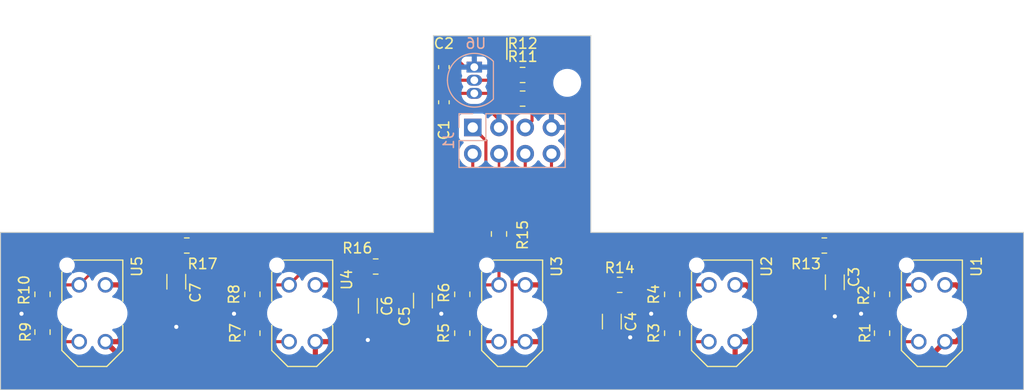
<source format=kicad_pcb>
(kicad_pcb (version 20221018) (generator pcbnew)
  (layers (0 "F.Cu" signal) (31 "B.Cu" signal) (34 "B.Paste" user) (35 "F.Paste" user) (36 "B.SilkS" user "B.Silkscreen") (37 "F.SilkS" user "F.Silkscreen") (38 "B.Mask" user) (39 "F.Mask" user) (44 "Edge.Cuts" user))
  (net 0 "")
  (net 1 "/Sense_5")
  (net 2 "+3.3V")
  (net 3 "/Sense_4")
  (net 4 "Net-(J1-Pin_5)")
  (net 5 "/Sense_2")
  (net 6 "/Sense_1")
  (net 7 "GND")
  (net 8 "Net-(U6-VI)")
  (net 9 "Net-(R1-Pad1)")
  (net 10 "Net-(R3-Pad1)")
  (net 11 "Net-(R5-Pad1)")
  (net 12 "Net-(R7-Pad1)")
  (net 13 "Net-(R9-Pad1)")
  (net 14 "/Sense_3")
  (net 15 "/Sense_1_R")
  (net 16 "/Sense_2_R")
  (net 17 "/Sense_3_R")
  (net 18 "/Sense_4_R")
  (net 19 "/Sense_5_R")
  (footprint "Capacitor_SMD:C_1206_3216Metric" (layer "F.Cu") (at 118.618 65.737 -90)
    (fp_text reference "C7" (at 1.065 -1.85 90) (layer "F.SilkS"))
    (fp_text value "C")
    (fp_line (start -0.711252 -0.91) (end 0.711252 -0.91) (stroke (width 0.12)) (layer "F.SilkS"))
    (fp_line (start -0.711252 0.91) (end 0.711252 0.91) (stroke (width 0.12)) (layer "F.SilkS"))
    (pad "1" smd roundrect (at -1.475 0 270) (size 1.15 1.8) (layers "F.Cu" "F.Paste" "F.Mask") (roundrect_rratio 0.217391) (net 19 "/Sense_5_R"))
    (pad "2" smd roundrect (at 1.475 0 270) (size 1.15 1.8) (layers "F.Cu" "F.Paste" "F.Mask") (roundrect_rratio 0.217391) (net 7 "GND"))
  )
  (footprint "Resistor_SMD:R_0805_2012Metric" (layer "F.Cu") (at 181.356 62.23)
    (fp_text reference "R13" (at -1.778 1.778) (layer "F.SilkS"))
    (fp_text value "R")
    (fp_line (start -0.227064 -0.735) (end 0.227064 -0.735) (stroke (width 0.12)) (layer "F.SilkS"))
    (fp_line (start -0.227064 0.735) (end 0.227064 0.735) (stroke (width 0.12)) (layer "F.SilkS"))
    (pad "1" smd roundrect (at -0.9125 0) (size 1.025 1.4) (layers "F.Cu" "F.Paste" "F.Mask") (roundrect_rratio 0.243902) (net 6 "/Sense_1"))
    (pad "2" smd roundrect (at 0.9125 0) (size 1.025 1.4) (layers "F.Cu" "F.Paste" "F.Mask") (roundrect_rratio 0.243902) (net 15 "/Sense_1_R"))
  )
  (footprint "Resistor_SMD:R_0805_2012Metric" (layer "F.Cu") (at 125.984 70.7155 90)
    (fp_text reference "R7" (at 0 -1.65 90) (layer "F.SilkS"))
    (fp_text value "90")
    (fp_line (start -0.227064 -0.735) (end 0.227064 -0.735) (stroke (width 0.12)) (layer "F.SilkS"))
    (fp_line (start -0.227064 0.735) (end 0.227064 0.735) (stroke (width 0.12)) (layer "F.SilkS"))
    (pad "1" smd roundrect (at -0.9125 0 90) (size 1.025 1.4) (layers "F.Cu" "F.Paste" "F.Mask") (roundrect_rratio 0.243902) (net 12 "Net-(R7-Pad1)"))
    (pad "2" smd roundrect (at 0.9125 0 90) (size 1.025 1.4) (layers "F.Cu" "F.Paste" "F.Mask") (roundrect_rratio 0.243902) (net 7 "GND"))
  )
  (footprint "Resistor_SMD:R_0805_2012Metric" (layer "F.Cu") (at 161.544 66.04)
    (fp_text reference "R14" (at 0 -1.65) (layer "F.SilkS"))
    (fp_text value "R")
    (fp_line (start -0.227064 -0.735) (end 0.227064 -0.735) (stroke (width 0.12)) (layer "F.SilkS"))
    (fp_line (start -0.227064 0.735) (end 0.227064 0.735) (stroke (width 0.12)) (layer "F.SilkS"))
    (pad "1" smd roundrect (at -0.9125 0) (size 1.025 1.4) (layers "F.Cu" "F.Paste" "F.Mask") (roundrect_rratio 0.243902) (net 5 "/Sense_2"))
    (pad "2" smd roundrect (at 0.9125 0) (size 1.025 1.4) (layers "F.Cu" "F.Paste" "F.Mask") (roundrect_rratio 0.243902) (net 16 "/Sense_2_R"))
  )
  (footprint "Resistor_SMD:R_0805_2012Metric" (layer "F.Cu") (at 125.984 66.9525 -90)
    (fp_text reference "R8" (at 0 1.778 90) (layer "F.SilkS"))
    (fp_text value "3.9k")
    (fp_line (start -0.227064 -0.735) (end 0.227064 -0.735) (stroke (width 0.12)) (layer "F.SilkS"))
    (fp_line (start -0.227064 0.735) (end 0.227064 0.735) (stroke (width 0.12)) (layer "F.SilkS"))
    (pad "1" smd roundrect (at -0.9125 0 270) (size 1.025 1.4) (layers "F.Cu" "F.Paste" "F.Mask") (roundrect_rratio 0.243902) (net 18 "/Sense_4_R"))
    (pad "2" smd roundrect (at 0.9125 0 270) (size 1.025 1.4) (layers "F.Cu" "F.Paste" "F.Mask") (roundrect_rratio 0.243902) (net 7 "GND"))
  )
  (footprint "OptoDevice:OPTO_TCRT5000" (layer "F.Cu") (at 191.77 68.79 -90)
    (fp_text reference "U1" (at -4.528 -4.318 90) (layer "F.SilkS") (effects (font (size 1.004126 1.004126))))
    (fp_text value "TCRT5000")
    (fp_line (start -5.15 -2.95) (end -1.17 -2.95) (stroke (width 0.127)) (layer "F.SilkS"))
    (fp_line (start -5.15 1.8) (end -5.15 -2.95) (stroke (width 0.127)) (layer "F.SilkS"))
    (fp_line (start -4 2.95) (end -1.17 2.95) (stroke (width 0.127)) (layer "F.SilkS"))
    (fp_line (start 1.17 2.95) (end 3.6 2.95) (stroke (width 0.127)) (layer "F.SilkS"))
    (fp_line (start 3.6 -2.95) (end 1.17 -2.95) (stroke (width 0.127)) (layer "F.SilkS"))
    (fp_line (start 3.6 -2.95) (end 5.15 -1.4) (stroke (width 0.127)) (layer "F.SilkS"))
    (fp_line (start 3.6 2.95) (end 5.15 1.4) (stroke (width 0.127)) (layer "F.SilkS"))
    (fp_line (start 5.15 1.4) (end 5.15 -1.4) (stroke (width 0.127)) (layer "F.SilkS"))
    (pad "" np_thru_hole circle (at -4.65 2.45 270) (size 1 1) (drill 1) (layers "*.Cu" "*.Mask"))
    (pad "" np_thru_hole circle (at 0 -1.9 270) (size 2.5 2.5) (drill 2.5) (layers "*.Cu" "*.Mask"))
    (pad "" np_thru_hole circle (at 0 1.9 270) (size 2.5 2.5) (drill 2.5) (layers "*.Cu" "*.Mask"))
    (pad "A" thru_hole circle (at 2.75 -1.27 270) (size 1.5 1.5) (drill 1) (layers "*.Cu" "*.Mask") (net 2 "+3.3V"))
    (pad "CATH" thru_hole circle (at 2.75 1.27 270) (size 1.5 1.5) (drill 1) (layers "*.Cu" "*.Mask") (net 9 "Net-(R1-Pad1)"))
    (pad "COLL" thru_hole circle (at -2.75 -1.27 270) (size 1.5 1.5) (drill 1) (layers "*.Cu" "*.Mask") (net 2 "+3.3V"))
    (pad "E" thru_hole circle (at -2.75 1.27 270) (size 1.5 1.5) (drill 1) (layers "*.Cu" "*.Mask") (net 15 "/Sense_1_R"))
  )
  (footprint "Resistor_SMD:R_0805_2012Metric" (layer "F.Cu") (at 166.624 70.7155 90)
    (fp_text reference "R3" (at 0 -1.778 90) (layer "F.SilkS"))
    (fp_text value "90")
    (fp_line (start -0.227064 -0.735) (end 0.227064 -0.735) (stroke (width 0.12)) (layer "F.SilkS"))
    (fp_line (start -0.227064 0.735) (end 0.227064 0.735) (stroke (width 0.12)) (layer "F.SilkS"))
    (pad "1" smd roundrect (at -0.9125 0 90) (size 1.025 1.4) (layers "F.Cu" "F.Paste" "F.Mask") (roundrect_rratio 0.243902) (net 10 "Net-(R3-Pad1)"))
    (pad "2" smd roundrect (at 0.9125 0 90) (size 1.025 1.4) (layers "F.Cu" "F.Paste" "F.Mask") (roundrect_rratio 0.243902) (net 7 "GND"))
  )
  (footprint "Resistor_SMD:R_0805_2012Metric" (layer "F.Cu") (at 146.304 70.7155 90)
    (fp_text reference "R5" (at 0 -1.8034 90) (layer "F.SilkS"))
    (fp_text value "90")
    (fp_line (start -0.227064 -0.735) (end 0.227064 -0.735) (stroke (width 0.12)) (layer "F.SilkS"))
    (fp_line (start -0.227064 0.735) (end 0.227064 0.735) (stroke (width 0.12)) (layer "F.SilkS"))
    (pad "1" smd roundrect (at -0.9125 0 90) (size 1.025 1.4) (layers "F.Cu" "F.Paste" "F.Mask") (roundrect_rratio 0.243902) (net 11 "Net-(R5-Pad1)"))
    (pad "2" smd roundrect (at 0.9125 0 90) (size 1.025 1.4) (layers "F.Cu" "F.Paste" "F.Mask") (roundrect_rratio 0.243902) (net 7 "GND"))
  )
  (footprint "Resistor_SMD:R_0805_2012Metric" (layer "F.Cu") (at 152.146 45.72)
    (fp_text reference "R12" (at 0 -3.048) (layer "F.SilkS"))
    (fp_text value "0R")
    (fp_line (start -0.227064 -0.735) (end 0.227064 -0.735) (stroke (width 0.12)) (layer "F.SilkS"))
    (fp_line (start -0.227064 0.735) (end 0.227064 0.735) (stroke (width 0.12)) (layer "F.SilkS"))
    (pad "1" smd roundrect (at -0.9125 0) (size 1.025 1.4) (layers "F.Cu" "F.Paste" "F.Mask") (roundrect_rratio 0.243902) (net 8 "Net-(U6-VI)"))
    (pad "2" smd roundrect (at 0.9125 0) (size 1.025 1.4) (layers "F.Cu" "F.Paste" "F.Mask") (roundrect_rratio 0.243902) (net 4 "Net-(J1-Pin_5)"))
  )
  (footprint "Resistor_SMD:R_0805_2012Metric" (layer "F.Cu") (at 119.634 62.23 180)
    (fp_text reference "R17" (at -1.524 -1.778) (layer "F.SilkS"))
    (fp_text value "R")
    (fp_line (start -0.227064 -0.735) (end 0.227064 -0.735) (stroke (width 0.12)) (layer "F.SilkS"))
    (fp_line (start -0.227064 0.735) (end 0.227064 0.735) (stroke (width 0.12)) (layer "F.SilkS"))
    (pad "1" smd roundrect (at -0.9125 0 180) (size 1.025 1.4) (layers "F.Cu" "F.Paste" "F.Mask") (roundrect_rratio 0.243902) (net 1 "/Sense_5"))
    (pad "2" smd roundrect (at 0.9125 0 180) (size 1.025 1.4) (layers "F.Cu" "F.Paste" "F.Mask") (roundrect_rratio 0.243902) (net 19 "/Sense_5_R"))
  )
  (footprint "MountingHole:MountingHole_2.2mm_M2" (layer "F.Cu") (at 156.464 46.482)
    (fp_text reference "H1" hide)
    (fp_text value "MountingHole")
    (pad "" np_thru_hole circle (at 0 0) (size 2.2 2.2) (drill 2.2) (layers "*.Cu" "*.Mask"))
  )
  (footprint "Resistor_SMD:R_0805_2012Metric" (layer "F.Cu") (at 186.944 66.9525 -90)
    (fp_text reference "R2" (at 0.1035 1.778 90) (layer "F.SilkS"))
    (fp_text value "3.9k")
    (fp_line (start -0.227064 -0.735) (end 0.227064 -0.735) (stroke (width 0.12)) (layer "F.SilkS"))
    (fp_line (start -0.227064 0.735) (end 0.227064 0.735) (stroke (width 0.12)) (layer "F.SilkS"))
    (pad "1" smd roundrect (at -0.9125 0 270) (size 1.025 1.4) (layers "F.Cu" "F.Paste" "F.Mask") (roundrect_rratio 0.243902) (net 15 "/Sense_1_R"))
    (pad "2" smd roundrect (at 0.9125 0 270) (size 1.025 1.4) (layers "F.Cu" "F.Paste" "F.Mask") (roundrect_rratio 0.243902) (net 7 "GND"))
  )
  (footprint "Capacitor_SMD:C_1206_3216Metric" (layer "F.Cu") (at 142.494 67.564 -90)
    (fp_text reference "C5" (at 1.524 1.778 90) (layer "F.SilkS"))
    (fp_text value "C")
    (fp_line (start -0.711252 -0.91) (end 0.711252 -0.91) (stroke (width 0.12)) (layer "F.SilkS"))
    (fp_line (start -0.711252 0.91) (end 0.711252 0.91) (stroke (width 0.12)) (layer "F.SilkS"))
    (pad "1" smd roundrect (at -1.475 0 270) (size 1.15 1.8) (layers "F.Cu" "F.Paste" "F.Mask") (roundrect_rratio 0.217391) (net 17 "/Sense_3_R"))
    (pad "2" smd roundrect (at 1.475 0 270) (size 1.15 1.8) (layers "F.Cu" "F.Paste" "F.Mask") (roundrect_rratio 0.217391) (net 7 "GND"))
  )
  (footprint "OptoDevice:OPTO_TCRT5000" (layer "F.Cu") (at 110.49 68.79 -90)
    (fp_text reference "U5" (at -4.528 -4.318 90) (layer "F.SilkS") (effects (font (size 1.004126 1.004126))))
    (fp_text value "TCRT5000")
    (fp_line (start -5.15 -2.95) (end -1.17 -2.95) (stroke (width 0.127)) (layer "F.SilkS"))
    (fp_line (start -5.15 1.8) (end -5.15 -2.95) (stroke (width 0.127)) (layer "F.SilkS"))
    (fp_line (start -4 2.95) (end -1.17 2.95) (stroke (width 0.127)) (layer "F.SilkS"))
    (fp_line (start 1.17 2.95) (end 3.6 2.95) (stroke (width 0.127)) (layer "F.SilkS"))
    (fp_line (start 3.6 -2.95) (end 1.17 -2.95) (stroke (width 0.127)) (layer "F.SilkS"))
    (fp_line (start 3.6 -2.95) (end 5.15 -1.4) (stroke (width 0.127)) (layer "F.SilkS"))
    (fp_line (start 3.6 2.95) (end 5.15 1.4) (stroke (width 0.127)) (layer "F.SilkS"))
    (fp_line (start 5.15 1.4) (end 5.15 -1.4) (stroke (width 0.127)) (layer "F.SilkS"))
    (pad "" np_thru_hole circle (at -4.65 2.45 270) (size 1 1) (drill 1) (layers "*.Cu" "*.Mask"))
    (pad "" np_thru_hole circle (at 0 -1.9 270) (size 2.5 2.5) (drill 2.5) (layers "*.Cu" "*.Mask"))
    (pad "" np_thru_hole circle (at 0 1.9 270) (size 2.5 2.5) (drill 2.5) (layers "*.Cu" "*.Mask"))
    (pad "A" thru_hole circle (at 2.75 -1.27 270) (size 1.5 1.5) (drill 1) (layers "*.Cu" "*.Mask") (net 2 "+3.3V"))
    (pad "CATH" thru_hole circle (at 2.75 1.27 270) (size 1.5 1.5) (drill 1) (layers "*.Cu" "*.Mask") (net 13 "Net-(R9-Pad1)"))
    (pad "COLL" thru_hole circle (at -2.75 -1.27 270) (size 1.5 1.5) (drill 1) (layers "*.Cu" "*.Mask") (net 2 "+3.3V"))
    (pad "E" thru_hole circle (at -2.75 1.27 270) (size 1.5 1.5) (drill 1) (layers "*.Cu" "*.Mask") (net 19 "/Sense_5_R"))
  )
  (footprint "Capacitor_SMD:C_1206_3216Metric" (layer "F.Cu") (at 137.16 68.072 -90)
    (fp_text reference "C6" (at 0 -1.85 90) (layer "F.SilkS"))
    (fp_text value "C")
    (fp_line (start -0.711252 -0.91) (end 0.711252 -0.91) (stroke (width 0.12)) (layer "F.SilkS"))
    (fp_line (start -0.711252 0.91) (end 0.711252 0.91) (stroke (width 0.12)) (layer "F.SilkS"))
    (pad "1" smd roundrect (at -1.475 0 270) (size 1.15 1.8) (layers "F.Cu" "F.Paste" "F.Mask") (roundrect_rratio 0.217391) (net 18 "/Sense_4_R"))
    (pad "2" smd roundrect (at 1.475 0 270) (size 1.15 1.8) (layers "F.Cu" "F.Paste" "F.Mask") (roundrect_rratio 0.217391) (net 7 "GND"))
  )
  (footprint "Resistor_SMD:R_0805_2012Metric" (layer "F.Cu") (at 186.944 70.7155 90)
    (fp_text reference "R1" (at 0 -1.65 90) (layer "F.SilkS"))
    (fp_text value "90")
    (fp_line (start -0.227064 -0.735) (end 0.227064 -0.735) (stroke (width 0.12)) (layer "F.SilkS"))
    (fp_line (start -0.227064 0.735) (end 0.227064 0.735) (stroke (width 0.12)) (layer "F.SilkS"))
    (pad "1" smd roundrect (at -0.9125 0 90) (size 1.025 1.4) (layers "F.Cu" "F.Paste" "F.Mask") (roundrect_rratio 0.243902) (net 9 "Net-(R1-Pad1)"))
    (pad "2" smd roundrect (at 0.9125 0 90) (size 1.025 1.4) (layers "F.Cu" "F.Paste" "F.Mask") (roundrect_rratio 0.243902) (net 7 "GND"))
  )
  (footprint "OptoDevice:OPTO_TCRT5000" (layer "F.Cu") (at 130.81 68.79 -90)
    (fp_text reference "U4" (at -3.258 -4.318 90) (layer "F.SilkS") (effects (font (size 1.004126 1.004126))))
    (fp_text value "TCRT5000")
    (fp_line (start -5.15 -2.95) (end -1.17 -2.95) (stroke (width 0.127)) (layer "F.SilkS"))
    (fp_line (start -5.15 1.8) (end -5.15 -2.95) (stroke (width 0.127)) (layer "F.SilkS"))
    (fp_line (start -4 2.95) (end -1.17 2.95) (stroke (width 0.127)) (layer "F.SilkS"))
    (fp_line (start 1.17 2.95) (end 3.6 2.95) (stroke (width 0.127)) (layer "F.SilkS"))
    (fp_line (start 3.6 -2.95) (end 1.17 -2.95) (stroke (width 0.127)) (layer "F.SilkS"))
    (fp_line (start 3.6 -2.95) (end 5.15 -1.4) (stroke (width 0.127)) (layer "F.SilkS"))
    (fp_line (start 3.6 2.95) (end 5.15 1.4) (stroke (width 0.127)) (layer "F.SilkS"))
    (fp_line (start 5.15 1.4) (end 5.15 -1.4) (stroke (width 0.127)) (layer "F.SilkS"))
    (pad "" np_thru_hole circle (at -4.65 2.45 270) (size 1 1) (drill 1) (layers "*.Cu" "*.Mask"))
    (pad "" np_thru_hole circle (at 0 -1.9 270) (size 2.5 2.5) (drill 2.5) (layers "*.Cu" "*.Mask"))
    (pad "" np_thru_hole circle (at 0 1.9 270) (size 2.5 2.5) (drill 2.5) (layers "*.Cu" "*.Mask"))
    (pad "A" thru_hole circle (at 2.75 -1.27 270) (size 1.5 1.5) (drill 1) (layers "*.Cu" "*.Mask") (net 2 "+3.3V"))
    (pad "CATH" thru_hole circle (at 2.75 1.27 270) (size 1.5 1.5) (drill 1) (layers "*.Cu" "*.Mask") (net 12 "Net-(R7-Pad1)"))
    (pad "COLL" thru_hole circle (at -2.75 -1.27 270) (size 1.5 1.5) (drill 1) (layers "*.Cu" "*.Mask") (net 2 "+3.3V"))
    (pad "E" thru_hole circle (at -2.75 1.27 270) (size 1.5 1.5) (drill 1) (layers "*.Cu" "*.Mask") (net 18 "/Sense_4_R"))
  )
  (footprint "OptoDevice:OPTO_TCRT5000" (layer "F.Cu") (at 171.45 68.79 -90)
    (fp_text reference "U2" (at -4.528 -4.318 90) (layer "F.SilkS") (effects (font (size 1.004126 1.004126))))
    (fp_text value "TCRT5000")
    (fp_line (start -5.15 -2.95) (end -1.17 -2.95) (stroke (width 0.127)) (layer "F.SilkS"))
    (fp_line (start -5.15 1.8) (end -5.15 -2.95) (stroke (width 0.127)) (layer "F.SilkS"))
    (fp_line (start -4 2.95) (end -1.17 2.95) (stroke (width 0.127)) (layer "F.SilkS"))
    (fp_line (start 1.17 2.95) (end 3.6 2.95) (stroke (width 0.127)) (layer "F.SilkS"))
    (fp_line (start 3.6 -2.95) (end 1.17 -2.95) (stroke (width 0.127)) (layer "F.SilkS"))
    (fp_line (start 3.6 -2.95) (end 5.15 -1.4) (stroke (width 0.127)) (layer "F.SilkS"))
    (fp_line (start 3.6 2.95) (end 5.15 1.4) (stroke (width 0.127)) (layer "F.SilkS"))
    (fp_line (start 5.15 1.4) (end 5.15 -1.4) (stroke (width 0.127)) (layer "F.SilkS"))
    (pad "" np_thru_hole circle (at -4.65 2.45 270) (size 1 1) (drill 1) (layers "*.Cu" "*.Mask"))
    (pad "" np_thru_hole circle (at 0 -1.9 270) (size 2.5 2.5) (drill 2.5) (layers "*.Cu" "*.Mask"))
    (pad "" np_thru_hole circle (at 0 1.9 270) (size 2.5 2.5) (drill 2.5) (layers "*.Cu" "*.Mask"))
    (pad "A" thru_hole circle (at 2.75 -1.27 270) (size 1.5 1.5) (drill 1) (layers "*.Cu" "*.Mask") (net 2 "+3.3V"))
    (pad "CATH" thru_hole circle (at 2.75 1.27 270) (size 1.5 1.5) (drill 1) (layers "*.Cu" "*.Mask") (net 10 "Net-(R3-Pad1)"))
    (pad "COLL" thru_hole circle (at -2.75 -1.27 270) (size 1.5 1.5) (drill 1) (layers "*.Cu" "*.Mask") (net 2 "+3.3V"))
    (pad "E" thru_hole circle (at -2.75 1.27 270) (size 1.5 1.5) (drill 1) (layers "*.Cu" "*.Mask") (net 16 "/Sense_2_R"))
  )
  (footprint "Resistor_SMD:R_0805_2012Metric" (layer "F.Cu") (at 137.922 64.262 180)
    (fp_text reference "R16" (at 1.778 1.778) (layer "F.SilkS"))
    (fp_text value "R")
    (fp_line (start -0.227064 -0.735) (end 0.227064 -0.735) (stroke (width 0.12)) (layer "F.SilkS"))
    (fp_line (start -0.227064 0.735) (end 0.227064 0.735) (stroke (width 0.12)) (layer "F.SilkS"))
    (pad "1" smd roundrect (at -0.9125 0 180) (size 1.025 1.4) (layers "F.Cu" "F.Paste" "F.Mask") (roundrect_rratio 0.243902) (net 3 "/Sense_4"))
    (pad "2" smd roundrect (at 0.9125 0 180) (size 1.025 1.4) (layers "F.Cu" "F.Paste" "F.Mask") (roundrect_rratio 0.243902) (net 18 "/Sense_4_R"))
  )
  (footprint "Capacitor_SMD:C_1206_3216Metric" (layer "F.Cu") (at 160.782 69.596 -90)
    (fp_text reference "C4" (at 0 -1.85 90) (layer "F.SilkS"))
    (fp_text value "C")
    (fp_line (start -0.711252 -0.91) (end 0.711252 -0.91) (stroke (width 0.12)) (layer "F.SilkS"))
    (fp_line (start -0.711252 0.91) (end 0.711252 0.91) (stroke (width 0.12)) (layer "F.SilkS"))
    (pad "1" smd roundrect (at -1.475 0 270) (size 1.15 1.8) (layers "F.Cu" "F.Paste" "F.Mask") (roundrect_rratio 0.217391) (net 16 "/Sense_2_R"))
    (pad "2" smd roundrect (at 1.475 0 270) (size 1.15 1.8) (layers "F.Cu" "F.Paste" "F.Mask") (roundrect_rratio 0.217391) (net 7 "GND"))
  )
  (footprint "Resistor_SMD:R_0805_2012Metric" (layer "F.Cu") (at 152.146 48.006)
    (fp_text reference "R11" (at 0 -4.064) (layer "F.SilkS"))
    (fp_text value "0R")
    (fp_line (start -0.227064 -0.735) (end 0.227064 -0.735) (stroke (width 0.12)) (layer "F.SilkS"))
    (fp_line (start -0.227064 0.735) (end 0.227064 0.735) (stroke (width 0.12)) (layer "F.SilkS"))
    (pad "1" smd roundrect (at -0.9125 0) (size 1.025 1.4) (layers "F.Cu" "F.Paste" "F.Mask") (roundrect_rratio 0.243902) (net 2 "+3.3V"))
    (pad "2" smd roundrect (at 0.9125 0) (size 1.025 1.4) (layers "F.Cu" "F.Paste" "F.Mask") (roundrect_rratio 0.243902) (net 4 "Net-(J1-Pin_5)"))
  )
  (footprint "Resistor_SMD:R_0805_2012Metric" (layer "F.Cu") (at 149.86 61.1105 -90)
    (fp_text reference "R15" (at 0.1035 -2.286 90) (layer "F.SilkS"))
    (fp_text value "R")
    (fp_line (start -0.227064 -0.735) (end 0.227064 -0.735) (stroke (width 0.12)) (layer "F.SilkS"))
    (fp_line (start -0.227064 0.735) (end 0.227064 0.735) (stroke (width 0.12)) (layer "F.SilkS"))
    (pad "1" smd roundrect (at -0.9125 0 270) (size 1.025 1.4) (layers "F.Cu" "F.Paste" "F.Mask") (roundrect_rratio 0.243902) (net 14 "/Sense_3"))
    (pad "2" smd roundrect (at 0.9125 0 270) (size 1.025 1.4) (layers "F.Cu" "F.Paste" "F.Mask") (roundrect_rratio 0.243902) (net 17 "/Sense_3_R"))
  )
  (footprint "Capacitor_SMD:C_1206_3216Metric" (layer "F.Cu") (at 182.372 65.786 -90)
    (fp_text reference "C3" (at -0.508 -1.85 90) (layer "F.SilkS"))
    (fp_text value "C")
    (fp_line (start -0.711252 -0.91) (end 0.711252 -0.91) (stroke (width 0.12)) (layer "F.SilkS"))
    (fp_line (start -0.711252 0.91) (end 0.711252 0.91) (stroke (width 0.12)) (layer "F.SilkS"))
    (pad "1" smd roundrect (at -1.475 0 270) (size 1.15 1.8) (layers "F.Cu" "F.Paste" "F.Mask") (roundrect_rratio 0.217391) (net 15 "/Sense_1_R"))
    (pad "2" smd roundrect (at 1.475 0 270) (size 1.15 1.8) (layers "F.Cu" "F.Paste" "F.Mask") (roundrect_rratio 0.217391) (net 7 "GND"))
  )
  (footprint "Resistor_SMD:R_0805_2012Metric" (layer "F.Cu") (at 105.664 70.612 90)
    (fp_text reference "R9" (at 0 -1.65 90) (layer "F.SilkS"))
    (fp_text value "90")
    (fp_line (start -0.227064 -0.735) (end 0.227064 -0.735) (stroke (width 0.12)) (layer "F.SilkS"))
    (fp_line (start -0.227064 0.735) (end 0.227064 0.735) (stroke (width 0.12)) (layer "F.SilkS"))
    (pad "1" smd roundrect (at -0.9125 0 90) (size 1.025 1.4) (layers "F.Cu" "F.Paste" "F.Mask") (roundrect_rratio 0.243902) (net 13 "Net-(R9-Pad1)"))
    (pad "2" smd roundrect (at 0.9125 0 90) (size 1.025 1.4) (layers "F.Cu" "F.Paste" "F.Mask") (roundrect_rratio 0.243902) (net 7 "GND"))
  )
  (footprint "Capacitor_SMD:C_0603_1608Metric_Pad1.08x0.95mm_HandSolder" (layer "F.Cu") (at 144.526 48.3605 -90)
    (fp_text reference "C1" (at 2.6935 0 90) (layer "F.SilkS"))
    (fp_text value "1u")
    (fp_line (start -0.146267 -0.51) (end 0.146267 -0.51) (stroke (width 0.12)) (layer "F.SilkS"))
    (fp_line (start -0.146267 0.51) (end 0.146267 0.51) (stroke (width 0.12)) (layer "F.SilkS"))
    (pad "1" smd roundrect (at -0.8625 0 270) (size 1.075 0.95) (layers "F.Cu" "F.Paste" "F.Mask") (net 2 "+3.3V"))
    (pad "2" smd roundrect (at 0.8625 0 270) (size 1.075 0.95) (layers "F.Cu" "F.Paste" "F.Mask") (net 7 "GND"))
  )
  (footprint "OptoDevice:OPTO_TCRT5000" (layer "F.Cu") (at 151.13 68.79 -90)
    (fp_text reference "U3" (at -4.528 -4.318 90) (layer "F.SilkS") (effects (font (size 1.004126 1.004126))))
    (fp_text value "TCRT5000")
    (fp_line (start -5.15 -2.95) (end -1.17 -2.95) (stroke (width 0.127)) (layer "F.SilkS"))
    (fp_line (start -5.15 1.8) (end -5.15 -2.95) (stroke (width 0.127)) (layer "F.SilkS"))
    (fp_line (start -4 2.95) (end -1.17 2.95) (stroke (width 0.127)) (layer "F.SilkS"))
    (fp_line (start 1.17 2.95) (end 3.6 2.95) (stroke (width 0.127)) (layer "F.SilkS"))
    (fp_line (start 3.6 -2.95) (end 1.17 -2.95) (stroke (width 0.127)) (layer "F.SilkS"))
    (fp_line (start 3.6 -2.95) (end 5.15 -1.4) (stroke (width 0.127)) (layer "F.SilkS"))
    (fp_line (start 3.6 2.95) (end 5.15 1.4) (stroke (width 0.127)) (layer "F.SilkS"))
    (fp_line (start 5.15 1.4) (end 5.15 -1.4) (stroke (width 0.127)) (layer "F.SilkS"))
    (pad "" np_thru_hole circle (at -4.65 2.45 270) (size 1 1) (drill 1) (layers "*.Cu" "*.Mask"))
    (pad "" np_thru_hole circle (at 0 -1.9 270) (size 2.5 2.5) (drill 2.5) (layers "*.Cu" "*.Mask"))
    (pad "" np_thru_hole circle (at 0 1.9 270) (size 2.5 2.5) (drill 2.5) (layers "*.Cu" "*.Mask"))
    (pad "A" thru_hole circle (at 2.75 -1.27 270) (size 1.5 1.5) (drill 1) (layers "*.Cu" "*.Mask") (net 2 "+3.3V"))
    (pad "CATH" thru_hole circle (at 2.75 1.27 270) (size 1.5 1.5) (drill 1) (layers "*.Cu" "*.Mask") (net 11 "Net-(R5-Pad1)"))
    (pad "COLL" thru_hole circle (at -2.75 -1.27 270) (size 1.5 1.5) (drill 1) (layers "*.Cu" "*.Mask") (net 2 "+3.3V"))
    (pad "E" thru_hole circle (at -2.75 1.27 270) (size 1.5 1.5) (drill 1) (layers "*.Cu" "*.Mask") (net 17 "/Sense_3_R"))
  )
  (footprint "Capacitor_SMD:C_0603_1608Metric_Pad1.08x0.95mm_HandSolder" (layer "F.Cu") (at 144.526 44.958 90)
    (fp_text reference "C2" (at 2.286 0 180) (layer "F.SilkS"))
    (fp_text value "1u")
    (fp_line (start -0.146267 -0.51) (end 0.146267 -0.51) (stroke (width 0.12)) (layer "F.SilkS"))
    (fp_line (start -0.146267 0.51) (end 0.146267 0.51) (stroke (width 0.12)) (layer "F.SilkS"))
    (pad "1" smd roundrect (at -0.8625 0 90) (size 1.075 0.95) (layers "F.Cu" "F.Paste" "F.Mask") (net 8 "Net-(U6-VI)"))
    (pad "2" smd roundrect (at 0.8625 0 90) (size 1.075 0.95) (layers "F.Cu" "F.Paste" "F.Mask") (net 7 "GND"))
  )
  (footprint "Resistor_SMD:R_0805_2012Metric" (layer "F.Cu") (at 166.624 66.9525 -90)
    (fp_text reference "R4" (at 0 1.778 90) (layer "F.SilkS"))
    (fp_text value "3.9k")
    (fp_line (start -0.227064 -0.735) (end 0.227064 -0.735) (stroke (width 0.12)) (layer "F.SilkS"))
    (fp_line (start -0.227064 0.735) (end 0.227064 0.735) (stroke (width 0.12)) (layer "F.SilkS"))
    (pad "1" smd roundrect (at -0.9125 0 270) (size 1.025 1.4) (layers "F.Cu" "F.Paste" "F.Mask") (roundrect_rratio 0.243902) (net 16 "/Sense_2_R"))
    (pad "2" smd roundrect (at 0.9125 0 270) (size 1.025 1.4) (layers "F.Cu" "F.Paste" "F.Mask") (roundrect_rratio 0.243902) (net 7 "GND"))
  )
  (footprint "Resistor_SMD:R_0805_2012Metric" (layer "F.Cu") (at 146.304 66.9525 -90)
    (fp_text reference "R6" (at -0.1505 1.778 90) (layer "F.SilkS"))
    (fp_text value "3.9k")
    (fp_line (start -0.227064 -0.735) (end 0.227064 -0.735) (stroke (width 0.12)) (layer "F.SilkS"))
    (fp_line (start -0.227064 0.735) (end 0.227064 0.735) (stroke (width 0.12)) (layer "F.SilkS"))
    (pad "1" smd roundrect (at -0.9125 0 270) (size 1.025 1.4) (layers "F.Cu" "F.Paste" "F.Mask") (roundrect_rratio 0.243902) (net 17 "/Sense_3_R"))
    (pad "2" smd roundrect (at 0.9125 0 270) (size 1.025 1.4) (layers "F.Cu" "F.Paste" "F.Mask") (roundrect_rratio 0.243902) (net 7 "GND"))
  )
  (footprint "Resistor_SMD:R_0805_2012Metric" (layer "F.Cu") (at 105.664 66.9525 -90)
    (fp_text reference "R10" (at -0.4045 1.778 90) (layer "F.SilkS"))
    (fp_text value "3.9k")
    (fp_line (start -0.227064 -0.735) (end 0.227064 -0.735) (stroke (width 0.12)) (layer "F.SilkS"))
    (fp_line (start -0.227064 0.735) (end 0.227064 0.735) (stroke (width 0.12)) (layer "F.SilkS"))
    (pad "1" smd roundrect (at -0.9125 0 270) (size 1.025 1.4) (layers "F.Cu" "F.Paste" "F.Mask") (roundrect_rratio 0.243902) (net 19 "/Sense_5_R"))
    (pad "2" smd roundrect (at 0.9125 0 270) (size 1.025 1.4) (layers "F.Cu" "F.Paste" "F.Mask") (roundrect_rratio 0.243902) (net 7 "GND"))
  )
  (footprint "Package_TO_SOT_THT:TO-92_Inline" (layer "B.Cu") (at 147.468 44.958 -90)
    (fp_text reference "U6" (at -2.286 -0.148) (layer "B.SilkS") (effects (justify mirror)))
    (fp_text value "MCP1700x-330xxTO")
    (fp_line (start -0.53 -1.85) (end 3.07 -1.85) (stroke (width 0.12)) (layer "B.SilkS"))
    (fp_arc (start 1.27 2.6) (mid -1.132087 0.994977) (end -0.568478 -1.838478) (stroke (width 0.12)) (layer "B.SilkS"))
    (fp_arc (start 3.108478 -1.838478) (mid 3.672087 0.994977) (end 1.27 2.6) (stroke (width 0.12)) (layer "B.SilkS"))
    (pad "1" thru_hole rect (at 0 0 270) (size 1.05 1.5) (drill 0.75) (layers "*.Cu" "*.Mask") (net 7 "GND"))
    (pad "2" thru_hole oval (at 1.27 0 270) (size 1.05 1.5) (drill 0.75) (layers "*.Cu" "*.Mask") (net 8 "Net-(U6-VI)"))
    (pad "3" thru_hole oval (at 2.54 0 270) (size 1.05 1.5) (drill 0.75) (layers "*.Cu" "*.Mask") (net 2 "+3.3V"))
  )
  (footprint "Connector_PinHeader_2.54mm:PinHeader_2x04_P2.54mm_Vertical" (layer "B.Cu") (at 147.32 50.8 -90)
    (fp_text reference "J1" (at 1.27 2.33 90) (layer "B.SilkS") (effects (justify mirror)))
    (fp_text value "IR Bridge Connector")
    (fp_line (start -1.33 -8.95) (end 3.87 -8.95) (stroke (width 0.12)) (layer "B.SilkS"))
    (fp_line (start -1.33 -1.27) (end -1.33 -8.95) (stroke (width 0.12)) (layer "B.SilkS"))
    (fp_line (start -1.33 -1.27) (end 1.27 -1.27) (stroke (width 0.12)) (layer "B.SilkS"))
    (fp_line (start -1.33 0) (end -1.33 1.33) (stroke (width 0.12)) (layer "B.SilkS"))
    (fp_line (start -1.33 1.33) (end 0 1.33) (stroke (width 0.12)) (layer "B.SilkS"))
    (fp_line (start 1.27 -1.27) (end 1.27 1.33) (stroke (width 0.12)) (layer "B.SilkS"))
    (fp_line (start 1.27 1.33) (end 3.87 1.33) (stroke (width 0.12)) (layer "B.SilkS"))
    (fp_line (start 3.87 1.33) (end 3.87 -8.95) (stroke (width 0.12)) (layer "B.SilkS"))
    (pad "1" thru_hole rect (at 0 0 270) (size 1.7 1.7) (drill 1) (layers "*.Cu" "*.Mask") (net 3 "/Sense_4"))
    (pad "2" thru_hole oval (at 2.54 0 270) (size 1.7 1.7) (drill 1) (layers "*.Cu" "*.Mask") (net 1 "/Sense_5"))
    (pad "3" thru_hole oval (at 0 -2.54 270) (size 1.7 1.7) (drill 1) (layers "*.Cu" "*.Mask") (net 7 "GND"))
    (pad "4" thru_hole oval (at 2.54 -2.54 270) (size 1.7 1.7) (drill 1) (layers "*.Cu" "*.Mask") (net 14 "/Sense_3"))
    (pad "5" thru_hole oval (at 0 -5.08 270) (size 1.7 1.7) (drill 1) (layers "*.Cu" "*.Mask") (net 4 "Net-(J1-Pin_5)"))
    (pad "6" thru_hole oval (at 2.54 -5.08 270) (size 1.7 1.7) (drill 1) (layers "*.Cu" "*.Mask") (net 5 "/Sense_2"))
    (pad "7" thru_hole oval (at 0 -7.62 270) (size 1.7 1.7) (drill 1) (layers "*.Cu" "*.Mask") (net 7 "GND"))
    (pad "8" thru_hole oval (at 2.54 -7.62 270) (size 1.7 1.7) (drill 1) (layers "*.Cu" "*.Mask") (net 6 "/Sense_1"))
  )
  (gr_line (start 150.622 42.164) (end 150.622 44.196) (stroke (width 0.15)) (layer "F.SilkS"))
  (gr_line (start 101.6 60.96) (end 101.6 76.2) (stroke (width 0.1)) (layer "Edge.Cuts"))
  (gr_line (start 200.66 60.96) (end 158.75 60.96) (stroke (width 0.1)) (layer "Edge.Cuts"))
  (gr_line (start 101.6 76.2) (end 200.66 76.2) (stroke (width 0.1)) (layer "Edge.Cuts"))
  (gr_line (start 158.75 60.96) (end 158.75 41.91) (stroke (width 0.1)) (layer "Edge.Cuts"))
  (gr_line (start 143.51 60.96) (end 101.6 60.96) (stroke (width 0.1)) (layer "Edge.Cuts"))
  (gr_line (start 143.51 41.91) (end 143.51 60.96) (stroke (width 0.1)) (layer "Edge.Cuts"))
  (gr_line (start 200.66 76.2) (end 200.66 60.96) (stroke (width 0.1)) (layer "Edge.Cuts"))
  (gr_line (start 158.75 41.91) (end 143.51 41.91) (stroke (width 0.1)) (layer "Edge.Cuts"))
  (segment (start 143.764 62.23) (end 120.5465 62.23) (width 0.3) (layer "F.Cu") (net 1))
  (segment (start 147.32 53.34) (end 147.32 54.864) (width 0.3) (layer "F.Cu") (net 1))
  (segment (start 147.32 54.864) (end 145.542 56.642) (width 0.3) (layer "F.Cu") (net 1))
  (segment (start 145.542 60.452) (end 143.764 62.23) (width 0.3) (layer "F.Cu") (net 1))
  (segment (start 145.542 56.642) (end 145.542 60.452) (width 0.3) (layer "F.Cu") (net 1))
  (segment (start 151.13 74.422) (end 150.622 74.93) (width 0.5) (layer "F.Cu") (net 2))
  (segment (start 149.352 47.498) (end 149.86 48.006) (width 0.3) (layer "F.Cu") (net 2))
  (segment (start 149.86 48.006) (end 151.2335 48.006) (width 0.3) (layer "F.Cu") (net 2))
  (segment (start 115.15 74.93) (end 111.76 71.54) (width 0.5) (layer "F.Cu") (net 2))
  (segment (start 173.78066 66.04) (end 175.26 67.51934) (width 0.5) (layer "F.Cu") (net 2))
  (segment (start 134.62 67.31) (end 133.35 66.04) (width 0.5) (layer "F.Cu") (net 2))
  (segment (start 151.13 74.422) (end 151.638 74.93) (width 0.5) (layer "F.Cu") (net 2))
  (segment (start 151.13 55.372) (end 151.13 49.53) (width 0.3) (layer "F.Cu") (net 2))
  (segment (start 152.4 71.54) (end 151.13 71.54) (width 0.3) (layer "F.Cu") (net 2))
  (segment (start 133.41633 71.54) (end 134.62 70.33633) (width 0.5) (layer "F.Cu") (net 2))
  (segment (start 193.04 66.04) (end 194.10066 66.04) (width 0.5) (layer "F.Cu") (net 2))
  (segment (start 172.72 66.04) (end 173.78066 66.04) (width 0.5) (layer "F.Cu") (net 2))
  (segment (start 194.10066 71.54) (end 193.04 71.54) (width 0.5) (layer "F.Cu") (net 2))
  (segment (start 151.13 74.422) (end 151.13 55.372) (width 0.3) (layer "F.Cu") (net 2))
  (segment (start 114.3 67.31) (end 113.03 66.04) (width 0.5) (layer "F.Cu") (net 2))
  (segment (start 151.13 48.1095) (end 151.13 49.53) (width 0.5) (layer "F.Cu") (net 2))
  (segment (start 154.94 67.31) (end 153.67 66.04) (width 0.5) (layer "F.Cu") (net 2))
  (segment (start 153.67 66.04) (end 152.4 66.04) (width 0.5) (layer "F.Cu") (net 2))
  (segment (start 147.468 47.498) (end 144.526 47.498) (width 0.3) (layer "F.Cu") (net 2))
  (segment (start 153.758 71.54) (end 154.94 70.358) (width 0.5) (layer "F.Cu") (net 2))
  (segment (start 195.58 67.51934) (end 195.58 70.06066) (width 0.5) (layer "F.Cu") (net 2))
  (segment (start 112.96933 71.54) (end 114.3 70.20933) (width 0.5) (layer "F.Cu") (net 2))
  (segment (start 194.10066 66.04) (end 195.58 67.51934) (width 0.5) (layer "F.Cu") (net 2))
  (segment (start 175.26 67.51934) (end 175.26 70.104) (width 0.5) (layer "F.Cu") (net 2))
  (segment (start 150.622 74.93) (end 132.08 74.93) (width 0.5) (layer "F.Cu") (net 2))
  (segment (start 189.65 74.93) (end 193.04 71.54) (width 0.5) (layer "F.Cu") (net 2))
  (segment (start 172.72 74.93) (end 189.65 74.93) (width 0.5) (layer "F.Cu") (net 2))
  (segment (start 173.824 71.54) (end 172.72 71.54) (width 0.5) (layer "F.Cu") (net 2))
  (segment (start 133.35 66.04) (end 132.08 66.04) (width 0.5) (layer "F.Cu") (net 2))
  (segment (start 154.94 70.358) (end 154.94 67.31) (width 0.5) (layer "F.Cu") (net 2))
  (segment (start 152.4 66.04) (end 151.2 66.04) (width 0.3) (layer "F.Cu") (net 2))
  (segment (start 195.58 70.06066) (end 194.10066 71.54) (width 0.5) (layer "F.Cu") (net 2))
  (segment (start 175.26 70.104) (end 173.824 71.54) (width 0.5) (layer "F.Cu") (net 2))
  (segment (start 132.08 74.93) (end 115.15 74.93) (width 0.5) (layer "F.Cu") (net 2))
  (segment (start 113.03 66.04) (end 111.76 66.04) (width 0.5) (layer "F.Cu") (net 2))
  (segment (start 132.08 71.54) (end 133.41633 71.54) (width 0.5) (layer "F.Cu") (net 2))
  (segment (start 134.62 70.33633) (end 134.62 67.31) (width 0.5) (layer "F.Cu") (net 2))
  (segment (start 152.4 71.54) (end 153.758 71.54) (width 0.5) (layer "F.Cu") (net 2))
  (segment (start 147.468 47.498) (end 149.352 47.498) (width 0.3) (layer "F.Cu") (net 2))
  (segment (start 132.08 74.93) (end 132.08 71.54) (width 0.5) (layer "F.Cu") (net 2))
  (segment (start 151.638 74.93) (end 172.72 74.93) (width 0.5) (layer "F.Cu") (net 2))
  (segment (start 172.72 74.93) (end 172.72 71.54) (width 0.5) (layer "F.Cu") (net 2))
  (segment (start 111.76 71.54) (end 112.96933 71.54) (width 0.5) (layer "F.Cu") (net 2))
  (segment (start 151.2335 48.006) (end 151.13 48.1095) (width 0.3) (layer "F.Cu") (net 2))
  (segment (start 114.3 70.20933) (end 114.3 67.31) (width 0.5) (layer "F.Cu") (net 2))
  (segment (start 147.828 56.642) (end 147.828 60.706) (width 0.3) (layer "F.Cu") (net 3))
  (segment (start 144.272 64.262) (end 138.8345 64.262) (width 0.3) (layer "F.Cu") (net 3))
  (segment (start 147.32 50.8) (end 148.59 52.07) (width 0.3) (layer "F.Cu") (net 3))
  (segment (start 148.59 55.88) (end 147.828 56.642) (width 0.3) (layer "F.Cu") (net 3))
  (segment (start 148.59 52.07) (end 148.59 55.88) (width 0.3) (layer "F.Cu") (net 3))
  (segment (start 147.828 60.706) (end 144.272 64.262) (width 0.3) (layer "F.Cu") (net 3))
  (segment (start 153.0585 50.1415) (end 153.0585 48.006) (width 0.3) (layer "F.Cu") (net 4))
  (segment (start 153.0585 48.006) (end 153.0585 45.72) (width 0.3) (layer "F.Cu") (net 4))
  (segment (start 152.4 50.8) (end 153.0585 50.1415) (width 0.3) (layer "F.Cu") (net 4))
  (segment (start 159.004 66.04) (end 160.6315 66.04) (width 0.3) (layer "F.Cu") (net 5))
  (segment (start 159.004 66.04) (end 152.4 59.436) (width 0.3) (layer "F.Cu") (net 5))
  (segment (start 152.4 59.436) (end 152.4 53.34) (width 0.3) (layer "F.Cu") (net 5))
  (segment (start 154.94 53.34) (end 154.94 58.674) (width 0.3) (layer "F.Cu") (net 6))
  (segment (start 154.94 58.674) (end 158.496 62.23) (width 0.3) (layer "F.Cu") (net 6))
  (segment (start 180.4435 62.23) (end 158.496 62.23) (width 0.25) (layer "F.Cu") (net 6))
  (segment (start 144.272 68.834) (end 145.241 69.803) (width 0.3) (layer "F.Cu") (net 7))
  (segment (start 182.372 67.261) (end 182.372 69.088) (width 0.25) (layer "F.Cu") (net 7))
  (segment (start 125.984 69.803) (end 125.175 69.803) (width 0.3) (layer "F.Cu") (net 7))
  (segment (start 186.944 67.865) (end 185.881 67.865) (width 0.3) (layer "F.Cu") (net 7))
  (segment (start 145.6955 44.0955) (end 146.558 44.958) (width 0.3) (layer "F.Cu") (net 7))
  (segment (start 149.86 50.038) (end 149.86 50.8) (width 0.3) (layer "F.Cu") (net 7))
  (segment (start 185.881 67.865) (end 184.912 68.834) (width 0.3) (layer "F.Cu") (net 7))
  (segment (start 185.881 69.803) (end 184.912 68.834) (width 0.3) (layer "F.Cu") (net 7))
  (segment (start 125.175 69.803) (end 124.206 68.834) (width 0.3) (layer "F.Cu") (net 7))
  (segment (start 145.241 67.865) (end 146.304 67.865) (width 0.3) (layer "F.Cu") (net 7))
  (segment (start 144.526 44.0955) (end 145.6955 44.0955) (width 0.3) (layer "F.Cu") (net 7))
  (segment (start 146.558 44.958) (end 147.468 44.958) (width 0.3) (layer "F.Cu") (net 7))
  (segment (start 160.782 71.071) (end 162.511 71.071) (width 0.25) (layer "F.Cu") (net 7))
  (segment (start 165.561 69.803) (end 164.592 68.834) (width 0.3) (layer "F.Cu") (net 7))
  (segment (start 166.624 67.865) (end 165.561 67.865) (width 0.3) (layer "F.Cu") (net 7))
  (segment (start 144.272 68.834) (end 145.241 67.865) (width 0.3) (layer "F.Cu") (net 7))
  (segment (start 118.618 67.515) (end 118.618 70.104) (width 0.25) (layer "F.Cu") (net 7))
  (segment (start 105.664 67.865) (end 104.601 67.865) (width 0.3) (layer "F.Cu") (net 7))
  (segment (start 104.601 67.865) (end 103.632 68.834) (width 0.3) (layer "F.Cu") (net 7))
  (segment (start 165.561 67.865) (end 164.592 68.834) (width 0.3) (layer "F.Cu") (net 7))
  (segment (start 166.624 69.803) (end 165.561 69.803) (width 0.3) (layer "F.Cu") (net 7))
  (segment (start 105.664 69.6995) (end 104.4975 69.6995) (width 0.3) (layer "F.Cu") (net 7))
  (segment (start 145.241 69.803) (end 146.304 69.803) (width 0.3) (layer "F.Cu") (net 7))
  (segment (start 186.944 69.803) (end 185.881 69.803) (width 0.3) (layer "F.Cu") (net 7))
  (segment (start 125.984 67.865) (end 125.175 67.865) (width 0.3) (layer "F.Cu") (net 7))
  (segment (start 149.045 49.223) (end 149.86 50.038) (width 0.3) (layer "F.Cu") (net 7))
  (segment (start 162.511 71.071) (end 162.56 71.12) (width 0.25) (layer "F.Cu") (net 7))
  (segment (start 144.272 68.834) (end 142.699 68.834) (width 0.3) (layer "F.Cu") (net 7))
  (segment (start 137.16 69.547) (end 137.16 71.374) (width 0.25) (layer "F.Cu") (net 7))
  (segment (start 125.175 67.865) (end 124.206 68.834) (width 0.3) (layer "F.Cu") (net 7))
  (segment (start 142.699 68.834) (end 142.494 69.039) (width 0.3) (layer "F.Cu") (net 7))
  (segment (start 144.526 49.223) (end 149.045 49.223) (width 0.3) (layer "F.Cu") (net 7))
  (segment (start 104.4975 69.6995) (end 103.632 68.834) (width 0.3) (layer "F.Cu") (net 7))
  (via (at 103.632 68.834) (size 0.8) (drill 0.4) (layers "F.Cu" "B.Cu") (net 7))
  (via (at 137.16 71.374) (size 0.8) (drill 0.4) (layers "F.Cu" "B.Cu") (net 7))
  (via (at 118.618 70.104) (size 0.8) (drill 0.4) (layers "F.Cu" "B.Cu") (net 7))
  (via (at 184.912 68.834) (size 0.8) (drill 0.4) (layers "F.Cu" "B.Cu") (net 7))
  (via (at 182.372 69.088) (size 0.8) (drill 0.4) (layers "F.Cu" "B.Cu") (net 7))
  (via (at 162.56 71.12) (size 0.8) (drill 0.4) (layers "F.Cu" "B.Cu") (net 7))
  (via (at 124.206 68.834) (size 0.8) (drill 0.4) (layers "F.Cu" "B.Cu") (net 7))
  (via (at 144.272 68.834) (size 0.8) (drill 0.4) (layers "F.Cu" "B.Cu") (net 7))
  (via (at 164.592 68.834) (size 0.8) (drill 0.4) (layers "F.Cu" "B.Cu") (net 7))
  (segment (start 149.098 46.228) (end 147.468 46.228) (width 0.3) (layer "F.Cu") (net 8))
  (segment (start 149.606 45.72) (end 149.098 46.228) (width 0.3) (layer "F.Cu") (net 8))
  (segment (start 147.468 46.228) (end 144.9335 46.228) (width 0.3) (layer "F.Cu") (net 8))
  (segment (start 151.2335 45.72) (end 149.606 45.72) (width 0.3) (layer "F.Cu") (net 8))
  (segment (start 144.9335 46.228) (end 144.526 45.8205) (width 0.3) (layer "F.Cu") (net 8))
  (segment (start 190.5 71.54) (end 187.032 71.54) (width 0.3) (layer "F.Cu") (net 9))
  (segment (start 187.032 71.54) (end 186.944 71.628) (width 0.3) (layer "F.Cu") (net 9))
  (segment (start 170.18 71.54) (end 166.712 71.54) (width 0.3) (layer "F.Cu") (net 10))
  (segment (start 166.712 71.54) (end 166.624 71.628) (width 0.3) (layer "F.Cu") (net 10))
  (segment (start 146.392 71.54) (end 146.304 71.628) (width 0.3) (layer "F.Cu") (net 11))
  (segment (start 149.86 71.54) (end 146.392 71.54) (width 0.3) (layer "F.Cu") (net 11))
  (segment (start 126.072 71.54) (end 125.984 71.628) (width 0.3) (layer "F.Cu") (net 12))
  (segment (start 129.54 71.54) (end 126.072 71.54) (width 0.3) (layer "F.Cu") (net 12))
  (segment (start 109.22 71.54) (end 105.6795 71.54) (width 0.3) (layer "F.Cu") (net 13))
  (segment (start 105.6795 71.54) (end 105.664 71.5245) (width 0.3) (layer "F.Cu") (net 13))
  (segment (start 149.86 60.198) (end 149.86 53.34) (width 0.25) (layer "F.Cu") (net 14))
  (segment (start 183.896 62.23) (end 186.944 65.278) (width 0.3) (layer "F.Cu") (net 15))
  (segment (start 183.896 62.23) (end 182.2685 62.23) (width 0.3) (layer "F.Cu") (net 15))
  (segment (start 186.944 65.278) (end 186.944 66.04) (width 0.3) (layer "F.Cu") (net 15))
  (segment (start 182.372 62.3335) (end 182.2685 62.23) (width 0.25) (layer "F.Cu") (net 15))
  (segment (start 190.5 66.04) (end 186.944 66.04) (width 0.3) (layer "F.Cu") (net 15))
  (segment (start 182.372 64.311) (end 182.372 62.3335) (width 0.25) (layer "F.Cu") (net 15))
  (segment (start 166.624 66.04) (end 170.18 66.04) (width 0.3) (layer "F.Cu") (net 16))
  (segment (start 162.4565 66.04) (end 166.624 66.04) (width 0.25) (layer "F.Cu") (net 16))
  (segment (start 160.782 68.121) (end 162.003 68.121) (width 0.3) (layer "F.Cu") (net 16))
  (segment (start 162.003 68.121) (end 162.4565 67.6675) (width 0.3) (layer "F.Cu") (net 16))
  (segment (start 162.4565 67.6675) (end 162.4565 66.04) (width 0.3) (layer "F.Cu") (net 16))
  (segment (start 143.764 65.532) (end 145.796 65.532) (width 0.25) (layer "F.Cu") (net 17))
  (segment (start 142.494 66.089) (end 143.207 66.089) (width 0.25) (layer "F.Cu") (net 17))
  (segment (start 145.796 65.532) (end 146.304 66.04) (width 0.25) (layer "F.Cu") (net 17))
  (segment (start 149.86 66.04) (end 146.304 66.04) (width 0.3) (layer "F.Cu") (net 17))
  (segment (start 143.207 66.089) (end 143.764 65.532) (width 0.25) (layer "F.Cu") (net 17))
  (segment (start 149.86 66.04) (end 149.86 62.023) (width 0.3) (layer "F.Cu") (net 17))
  (segment (start 137.0095 66.4465) (end 137.16 66.597) (width 0.25) (layer "F.Cu") (net 18))
  (segment (start 137.0095 64.262) (end 131.318 64.262) (width 0.25) (layer "F.Cu") (net 18))
  (segment (start 129.54 66.04) (end 125.984 66.04) (width 0.3) (layer "F.Cu") (net 18))
  (segment (start 137.0095 64.262) (end 137.0095 66.4465) (width 0.25) (layer "F.Cu") (net 18))
  (segment (start 131.318 64.262) (end 129.54 66.04) (width 0.3) (layer "F.Cu") (net 18))
  (segment (start 109.22 66.04) (end 105.664 66.04) (width 0.3) (layer "F.Cu") (net 19))
  (segment (start 118.618 64.262) (end 118.618 62.3335) (width 0.25) (layer "F.Cu") (net 19))
  (segment (start 113.03 62.23) (end 109.22 66.04) (width 0.25) (layer "F.Cu") (net 19))
  (segment (start 118.618 62.3335) (end 118.7215 62.23) (width 0.25) (layer "F.Cu") (net 19))
  (segment (start 118.7215 62.23) (end 113.03 62.23) (width 0.25) (layer "F.Cu") (net 19))
  (zone (net 7) (net_name "GND") (layer "B.Cu") (connect_pads (clearance 0.5)) (min_thickness 0.25) (fill yes (thermal_gap 0.5) (thermal_bridge_width 0.5))
    (polygon (pts (xy 143.51 41.91) (xy 158.75 41.91) (xy 158.75 60.96) (xy 200.66 60.96) (xy 200.66 76.2) (xy 101.6 76.2) (xy 101.6 60.96) (xy 143.51 60.96)))
  )
)
</source>
